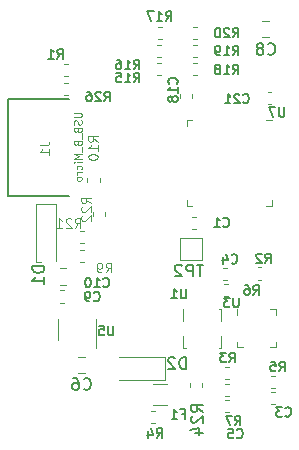
<source format=gbr>
G04 #@! TF.GenerationSoftware,KiCad,Pcbnew,(5.1.5)-3*
G04 #@! TF.CreationDate,2020-06-09T15:55:59-06:00*
G04 #@! TF.ProjectId,CruiseController,43727569-7365-4436-9f6e-74726f6c6c65,rev?*
G04 #@! TF.SameCoordinates,Original*
G04 #@! TF.FileFunction,Legend,Bot*
G04 #@! TF.FilePolarity,Positive*
%FSLAX46Y46*%
G04 Gerber Fmt 4.6, Leading zero omitted, Abs format (unit mm)*
G04 Created by KiCad (PCBNEW (5.1.5)-3) date 2020-06-09 15:55:59*
%MOMM*%
%LPD*%
G04 APERTURE LIST*
%ADD10C,0.120000*%
%ADD11C,0.127000*%
%ADD12C,0.150000*%
%ADD13C,0.050000*%
G04 APERTURE END LIST*
D10*
X106110000Y-87824721D02*
X106110000Y-88150279D01*
X105090000Y-87824721D02*
X105090000Y-88150279D01*
X119403922Y-71640000D02*
X119921078Y-71640000D01*
X119403922Y-73060000D02*
X119921078Y-73060000D01*
X112400000Y-90050000D02*
X112400000Y-91950000D01*
X114300000Y-90050000D02*
X112400000Y-90050000D01*
X114300000Y-91950000D02*
X114300000Y-90050000D01*
X112400000Y-91950000D02*
X114300000Y-91950000D01*
X103828922Y-100090000D02*
X104346078Y-100090000D01*
X103828922Y-101510000D02*
X104346078Y-101510000D01*
X101910000Y-87190000D02*
X100190000Y-87190000D01*
X101910000Y-92000000D02*
X101910000Y-87190000D01*
X100190000Y-92110000D02*
X100190000Y-87190000D01*
X100650000Y-92110000D02*
X100190000Y-92110000D01*
X113290000Y-102650279D02*
X113290000Y-102324721D01*
X114310000Y-102650279D02*
X114310000Y-102324721D01*
X104262779Y-90510000D02*
X103937221Y-90510000D01*
X104262779Y-89490000D02*
X103937221Y-89490000D01*
X105610000Y-84949721D02*
X105610000Y-85275279D01*
X104590000Y-84949721D02*
X104590000Y-85275279D01*
X104262779Y-92060000D02*
X103937221Y-92060000D01*
X104262779Y-91040000D02*
X103937221Y-91040000D01*
X115925000Y-96075000D02*
X115700000Y-96075000D01*
X115700000Y-99325000D02*
X115925000Y-99325000D01*
X112900000Y-99325000D02*
X112675000Y-99325000D01*
X115925000Y-96075000D02*
X115925000Y-97050000D01*
X112675000Y-98350000D02*
X112675000Y-99325000D01*
X112675000Y-96075000D02*
X112675000Y-97050000D01*
X115925000Y-98350000D02*
X115925000Y-99325000D01*
X113474721Y-88240000D02*
X113800279Y-88240000D01*
X113474721Y-89260000D02*
X113800279Y-89260000D01*
D11*
X97850000Y-78300000D02*
X103001000Y-78300000D01*
X97850000Y-86500000D02*
X97850000Y-78300000D01*
X103001000Y-86500000D02*
X97850000Y-86500000D01*
D10*
X116425279Y-93568000D02*
X116099721Y-93568000D01*
X116425279Y-92548000D02*
X116099721Y-92548000D01*
X116575279Y-104810000D02*
X116249721Y-104810000D01*
X116575279Y-103790000D02*
X116249721Y-103790000D01*
X120137221Y-103090000D02*
X120462779Y-103090000D01*
X120137221Y-104110000D02*
X120462779Y-104110000D01*
X113862779Y-76260000D02*
X113537221Y-76260000D01*
X113862779Y-75240000D02*
X113537221Y-75240000D01*
X110537221Y-72140000D02*
X110862779Y-72140000D01*
X110537221Y-73160000D02*
X110862779Y-73160000D01*
X110487221Y-73690000D02*
X110812779Y-73690000D01*
X110487221Y-74710000D02*
X110812779Y-74710000D01*
X113537221Y-72140000D02*
X113862779Y-72140000D01*
X113537221Y-73160000D02*
X113862779Y-73160000D01*
X112440000Y-78150279D02*
X112440000Y-77824721D01*
X113460000Y-78150279D02*
X113460000Y-77824721D01*
X113499721Y-73690000D02*
X113825279Y-73690000D01*
X113499721Y-74710000D02*
X113825279Y-74710000D01*
X102278922Y-92590000D02*
X102796078Y-92590000D01*
X102278922Y-94010000D02*
X102796078Y-94010000D01*
X120162779Y-78710000D02*
X119837221Y-78710000D01*
X120162779Y-77690000D02*
X119837221Y-77690000D01*
X110487221Y-75240000D02*
X110812779Y-75240000D01*
X110487221Y-76260000D02*
X110812779Y-76260000D01*
X119722500Y-80090000D02*
X120197500Y-80090000D01*
X112977500Y-87310000D02*
X112977500Y-86835000D01*
X113452500Y-87310000D02*
X112977500Y-87310000D01*
X120197500Y-87310000D02*
X120197500Y-86835000D01*
X119722500Y-87310000D02*
X120197500Y-87310000D01*
X112977500Y-80090000D02*
X112977500Y-80565000D01*
X113452500Y-80090000D02*
X112977500Y-80090000D01*
X117290000Y-96565000D02*
X117290000Y-96090000D01*
X120510000Y-99310000D02*
X120035000Y-99310000D01*
X120510000Y-98835000D02*
X120510000Y-99310000D01*
X120510000Y-96090000D02*
X120035000Y-96090000D01*
X120510000Y-96565000D02*
X120510000Y-96090000D01*
X117290000Y-99310000D02*
X117765000Y-99310000D01*
X117290000Y-98835000D02*
X117290000Y-99310000D01*
X102950279Y-77910000D02*
X102624721Y-77910000D01*
X102950279Y-76890000D02*
X102624721Y-76890000D01*
X102249721Y-94490000D02*
X102575279Y-94490000D01*
X102249721Y-95510000D02*
X102575279Y-95510000D01*
X116562779Y-103410000D02*
X116237221Y-103410000D01*
X116562779Y-102390000D02*
X116237221Y-102390000D01*
X116224721Y-100990000D02*
X116550279Y-100990000D01*
X116224721Y-102010000D02*
X116550279Y-102010000D01*
X110275279Y-105710000D02*
X109949721Y-105710000D01*
X110275279Y-104690000D02*
X109949721Y-104690000D01*
X120462779Y-102710000D02*
X120137221Y-102710000D01*
X120462779Y-101690000D02*
X120137221Y-101690000D01*
X119312779Y-93560000D02*
X118987221Y-93560000D01*
X119312779Y-92540000D02*
X118987221Y-92540000D01*
X102637221Y-75340000D02*
X102962779Y-75340000D01*
X102637221Y-76360000D02*
X102962779Y-76360000D01*
X116124721Y-93940000D02*
X116450279Y-93940000D01*
X116124721Y-94960000D02*
X116450279Y-94960000D01*
X105310000Y-96900000D02*
X105310000Y-99350000D01*
X102090000Y-98700000D02*
X102090000Y-96900000D01*
X111150000Y-100100000D02*
X107250000Y-100100000D01*
X111150000Y-102100000D02*
X107250000Y-102100000D01*
X111150000Y-100100000D02*
X111150000Y-102100000D01*
X110097936Y-102390000D02*
X111302064Y-102390000D01*
X110097936Y-104210000D02*
X111302064Y-104210000D01*
X104861904Y-87085714D02*
X104480952Y-86819047D01*
X104861904Y-86628571D02*
X104061904Y-86628571D01*
X104061904Y-86933333D01*
X104100000Y-87009523D01*
X104138095Y-87047619D01*
X104214285Y-87085714D01*
X104328571Y-87085714D01*
X104404761Y-87047619D01*
X104442857Y-87009523D01*
X104480952Y-86933333D01*
X104480952Y-86628571D01*
X104138095Y-87390476D02*
X104100000Y-87428571D01*
X104061904Y-87504761D01*
X104061904Y-87695238D01*
X104100000Y-87771428D01*
X104138095Y-87809523D01*
X104214285Y-87847619D01*
X104290476Y-87847619D01*
X104404761Y-87809523D01*
X104861904Y-87352380D01*
X104861904Y-87847619D01*
X104138095Y-88152380D02*
X104100000Y-88190476D01*
X104061904Y-88266666D01*
X104061904Y-88457142D01*
X104100000Y-88533333D01*
X104138095Y-88571428D01*
X104214285Y-88609523D01*
X104290476Y-88609523D01*
X104404761Y-88571428D01*
X104861904Y-88114285D01*
X104861904Y-88609523D01*
D12*
X119866666Y-74457142D02*
X119914285Y-74504761D01*
X120057142Y-74552380D01*
X120152380Y-74552380D01*
X120295238Y-74504761D01*
X120390476Y-74409523D01*
X120438095Y-74314285D01*
X120485714Y-74123809D01*
X120485714Y-73980952D01*
X120438095Y-73790476D01*
X120390476Y-73695238D01*
X120295238Y-73600000D01*
X120152380Y-73552380D01*
X120057142Y-73552380D01*
X119914285Y-73600000D01*
X119866666Y-73647619D01*
X119295238Y-73980952D02*
X119390476Y-73933333D01*
X119438095Y-73885714D01*
X119485714Y-73790476D01*
X119485714Y-73742857D01*
X119438095Y-73647619D01*
X119390476Y-73600000D01*
X119295238Y-73552380D01*
X119104761Y-73552380D01*
X119009523Y-73600000D01*
X118961904Y-73647619D01*
X118914285Y-73742857D01*
X118914285Y-73790476D01*
X118961904Y-73885714D01*
X119009523Y-73933333D01*
X119104761Y-73980952D01*
X119295238Y-73980952D01*
X119390476Y-74028571D01*
X119438095Y-74076190D01*
X119485714Y-74171428D01*
X119485714Y-74361904D01*
X119438095Y-74457142D01*
X119390476Y-74504761D01*
X119295238Y-74552380D01*
X119104761Y-74552380D01*
X119009523Y-74504761D01*
X118961904Y-74457142D01*
X118914285Y-74361904D01*
X118914285Y-74171428D01*
X118961904Y-74076190D01*
X119009523Y-74028571D01*
X119104761Y-73980952D01*
X114411904Y-92302380D02*
X113840476Y-92302380D01*
X114126190Y-93302380D02*
X114126190Y-92302380D01*
X113507142Y-93302380D02*
X113507142Y-92302380D01*
X113126190Y-92302380D01*
X113030952Y-92350000D01*
X112983333Y-92397619D01*
X112935714Y-92492857D01*
X112935714Y-92635714D01*
X112983333Y-92730952D01*
X113030952Y-92778571D01*
X113126190Y-92826190D01*
X113507142Y-92826190D01*
X112554761Y-92397619D02*
X112507142Y-92350000D01*
X112411904Y-92302380D01*
X112173809Y-92302380D01*
X112078571Y-92350000D01*
X112030952Y-92397619D01*
X111983333Y-92492857D01*
X111983333Y-92588095D01*
X112030952Y-92730952D01*
X112602380Y-93302380D01*
X111983333Y-93302380D01*
X104254166Y-102807142D02*
X104301785Y-102854761D01*
X104444642Y-102902380D01*
X104539880Y-102902380D01*
X104682738Y-102854761D01*
X104777976Y-102759523D01*
X104825595Y-102664285D01*
X104873214Y-102473809D01*
X104873214Y-102330952D01*
X104825595Y-102140476D01*
X104777976Y-102045238D01*
X104682738Y-101950000D01*
X104539880Y-101902380D01*
X104444642Y-101902380D01*
X104301785Y-101950000D01*
X104254166Y-101997619D01*
X103397023Y-101902380D02*
X103587500Y-101902380D01*
X103682738Y-101950000D01*
X103730357Y-101997619D01*
X103825595Y-102140476D01*
X103873214Y-102330952D01*
X103873214Y-102711904D01*
X103825595Y-102807142D01*
X103777976Y-102854761D01*
X103682738Y-102902380D01*
X103492261Y-102902380D01*
X103397023Y-102854761D01*
X103349404Y-102807142D01*
X103301785Y-102711904D01*
X103301785Y-102473809D01*
X103349404Y-102378571D01*
X103397023Y-102330952D01*
X103492261Y-102283333D01*
X103682738Y-102283333D01*
X103777976Y-102330952D01*
X103825595Y-102378571D01*
X103873214Y-102473809D01*
X100927380Y-92411904D02*
X99927380Y-92411904D01*
X99927380Y-92650000D01*
X99975000Y-92792857D01*
X100070238Y-92888095D01*
X100165476Y-92935714D01*
X100355952Y-92983333D01*
X100498809Y-92983333D01*
X100689285Y-92935714D01*
X100784523Y-92888095D01*
X100879761Y-92792857D01*
X100927380Y-92650000D01*
X100927380Y-92411904D01*
X100927380Y-93935714D02*
X100927380Y-93364285D01*
X100927380Y-93650000D02*
X99927380Y-93650000D01*
X100070238Y-93554761D01*
X100165476Y-93459523D01*
X100213095Y-93364285D01*
X114352380Y-104757142D02*
X113876190Y-104423809D01*
X114352380Y-104185714D02*
X113352380Y-104185714D01*
X113352380Y-104566666D01*
X113400000Y-104661904D01*
X113447619Y-104709523D01*
X113542857Y-104757142D01*
X113685714Y-104757142D01*
X113780952Y-104709523D01*
X113828571Y-104661904D01*
X113876190Y-104566666D01*
X113876190Y-104185714D01*
X113447619Y-105138095D02*
X113400000Y-105185714D01*
X113352380Y-105280952D01*
X113352380Y-105519047D01*
X113400000Y-105614285D01*
X113447619Y-105661904D01*
X113542857Y-105709523D01*
X113638095Y-105709523D01*
X113780952Y-105661904D01*
X114352380Y-105090476D01*
X114352380Y-105709523D01*
X113685714Y-106566666D02*
X114352380Y-106566666D01*
X113304761Y-106328571D02*
X114019047Y-106090476D01*
X114019047Y-106709523D01*
D10*
X103514285Y-89161904D02*
X103780952Y-88780952D01*
X103971428Y-89161904D02*
X103971428Y-88361904D01*
X103666666Y-88361904D01*
X103590476Y-88400000D01*
X103552380Y-88438095D01*
X103514285Y-88514285D01*
X103514285Y-88628571D01*
X103552380Y-88704761D01*
X103590476Y-88742857D01*
X103666666Y-88780952D01*
X103971428Y-88780952D01*
X103209523Y-88438095D02*
X103171428Y-88400000D01*
X103095238Y-88361904D01*
X102904761Y-88361904D01*
X102828571Y-88400000D01*
X102790476Y-88438095D01*
X102752380Y-88514285D01*
X102752380Y-88590476D01*
X102790476Y-88704761D01*
X103247619Y-89161904D01*
X102752380Y-89161904D01*
X101990476Y-89161904D02*
X102447619Y-89161904D01*
X102219047Y-89161904D02*
X102219047Y-88361904D01*
X102295238Y-88476190D01*
X102371428Y-88552380D01*
X102447619Y-88590476D01*
X105461904Y-81885714D02*
X105080952Y-81619047D01*
X105461904Y-81428571D02*
X104661904Y-81428571D01*
X104661904Y-81733333D01*
X104700000Y-81809523D01*
X104738095Y-81847619D01*
X104814285Y-81885714D01*
X104928571Y-81885714D01*
X105004761Y-81847619D01*
X105042857Y-81809523D01*
X105080952Y-81733333D01*
X105080952Y-81428571D01*
X105461904Y-82647619D02*
X105461904Y-82190476D01*
X105461904Y-82419047D02*
X104661904Y-82419047D01*
X104776190Y-82342857D01*
X104852380Y-82266666D01*
X104890476Y-82190476D01*
X104661904Y-83142857D02*
X104661904Y-83219047D01*
X104700000Y-83295238D01*
X104738095Y-83333333D01*
X104814285Y-83371428D01*
X104966666Y-83409523D01*
X105157142Y-83409523D01*
X105309523Y-83371428D01*
X105385714Y-83333333D01*
X105423809Y-83295238D01*
X105461904Y-83219047D01*
X105461904Y-83142857D01*
X105423809Y-83066666D01*
X105385714Y-83028571D01*
X105309523Y-82990476D01*
X105157142Y-82952380D01*
X104966666Y-82952380D01*
X104814285Y-82990476D01*
X104738095Y-83028571D01*
X104700000Y-83066666D01*
X104661904Y-83142857D01*
X106133333Y-92961904D02*
X106400000Y-92580952D01*
X106590476Y-92961904D02*
X106590476Y-92161904D01*
X106285714Y-92161904D01*
X106209523Y-92200000D01*
X106171428Y-92238095D01*
X106133333Y-92314285D01*
X106133333Y-92428571D01*
X106171428Y-92504761D01*
X106209523Y-92542857D01*
X106285714Y-92580952D01*
X106590476Y-92580952D01*
X105752380Y-92961904D02*
X105600000Y-92961904D01*
X105523809Y-92923809D01*
X105485714Y-92885714D01*
X105409523Y-92771428D01*
X105371428Y-92619047D01*
X105371428Y-92314285D01*
X105409523Y-92238095D01*
X105447619Y-92200000D01*
X105523809Y-92161904D01*
X105676190Y-92161904D01*
X105752380Y-92200000D01*
X105790476Y-92238095D01*
X105828571Y-92314285D01*
X105828571Y-92504761D01*
X105790476Y-92580952D01*
X105752380Y-92619047D01*
X105676190Y-92657142D01*
X105523809Y-92657142D01*
X105447619Y-92619047D01*
X105409523Y-92580952D01*
X105371428Y-92504761D01*
D12*
X112959523Y-94361904D02*
X112959523Y-95009523D01*
X112921428Y-95085714D01*
X112883333Y-95123809D01*
X112807142Y-95161904D01*
X112654761Y-95161904D01*
X112578571Y-95123809D01*
X112540476Y-95085714D01*
X112502380Y-95009523D01*
X112502380Y-94361904D01*
X111702380Y-95161904D02*
X112159523Y-95161904D01*
X111930952Y-95161904D02*
X111930952Y-94361904D01*
X112007142Y-94476190D01*
X112083333Y-94552380D01*
X112159523Y-94590476D01*
X116083333Y-89035714D02*
X116121428Y-89073809D01*
X116235714Y-89111904D01*
X116311904Y-89111904D01*
X116426190Y-89073809D01*
X116502380Y-88997619D01*
X116540476Y-88921428D01*
X116578571Y-88769047D01*
X116578571Y-88654761D01*
X116540476Y-88502380D01*
X116502380Y-88426190D01*
X116426190Y-88350000D01*
X116311904Y-88311904D01*
X116235714Y-88311904D01*
X116121428Y-88350000D01*
X116083333Y-88388095D01*
X115321428Y-89111904D02*
X115778571Y-89111904D01*
X115550000Y-89111904D02*
X115550000Y-88311904D01*
X115626190Y-88426190D01*
X115702380Y-88502380D01*
X115778571Y-88540476D01*
D13*
X100536904Y-82208333D02*
X101108333Y-82208333D01*
X101222619Y-82170238D01*
X101298809Y-82094047D01*
X101336904Y-81979761D01*
X101336904Y-81903571D01*
X101336904Y-83008333D02*
X101336904Y-82551190D01*
X101336904Y-82779761D02*
X100536904Y-82779761D01*
X100651190Y-82703571D01*
X100727380Y-82627380D01*
X100765476Y-82551190D01*
X103454359Y-79444711D02*
X103965306Y-79444711D01*
X104025417Y-79474767D01*
X104055473Y-79504823D01*
X104085528Y-79564934D01*
X104085528Y-79685157D01*
X104055473Y-79745268D01*
X104025417Y-79775324D01*
X103965306Y-79805379D01*
X103454359Y-79805379D01*
X104055473Y-80075880D02*
X104085528Y-80166047D01*
X104085528Y-80316326D01*
X104055473Y-80376437D01*
X104025417Y-80406493D01*
X103965306Y-80436548D01*
X103905194Y-80436548D01*
X103845083Y-80406493D01*
X103815027Y-80376437D01*
X103784972Y-80316326D01*
X103754916Y-80196103D01*
X103724860Y-80135992D01*
X103694805Y-80105936D01*
X103634693Y-80075880D01*
X103574582Y-80075880D01*
X103514471Y-80105936D01*
X103484415Y-80135992D01*
X103454359Y-80196103D01*
X103454359Y-80346381D01*
X103484415Y-80436548D01*
X103754916Y-80917439D02*
X103784972Y-81007606D01*
X103815027Y-81037662D01*
X103875139Y-81067717D01*
X103965306Y-81067717D01*
X104025417Y-81037662D01*
X104055473Y-81007606D01*
X104085528Y-80947495D01*
X104085528Y-80707049D01*
X103454359Y-80707049D01*
X103454359Y-80917439D01*
X103484415Y-80977550D01*
X103514471Y-81007606D01*
X103574582Y-81037662D01*
X103634693Y-81037662D01*
X103694805Y-81007606D01*
X103724860Y-80977550D01*
X103754916Y-80917439D01*
X103754916Y-80707049D01*
X104145640Y-81187940D02*
X104145640Y-81668831D01*
X103754916Y-82029499D02*
X103784972Y-82119666D01*
X103815027Y-82149721D01*
X103875139Y-82179777D01*
X103965306Y-82179777D01*
X104025417Y-82149721D01*
X104055473Y-82119666D01*
X104085528Y-82059554D01*
X104085528Y-81819109D01*
X103454359Y-81819109D01*
X103454359Y-82029499D01*
X103484415Y-82089610D01*
X103514471Y-82119666D01*
X103574582Y-82149721D01*
X103634693Y-82149721D01*
X103694805Y-82119666D01*
X103724860Y-82089610D01*
X103754916Y-82029499D01*
X103754916Y-81819109D01*
X104145640Y-82300000D02*
X104145640Y-82780890D01*
X104085528Y-82931169D02*
X103454359Y-82931169D01*
X103905194Y-83141558D01*
X103454359Y-83351948D01*
X104085528Y-83351948D01*
X104085528Y-83652505D02*
X103664749Y-83652505D01*
X103454359Y-83652505D02*
X103484415Y-83622449D01*
X103514471Y-83652505D01*
X103484415Y-83682560D01*
X103454359Y-83652505D01*
X103514471Y-83652505D01*
X104055473Y-84223562D02*
X104085528Y-84163451D01*
X104085528Y-84043228D01*
X104055473Y-83983117D01*
X104025417Y-83953061D01*
X103965306Y-83923006D01*
X103784972Y-83923006D01*
X103724860Y-83953061D01*
X103694805Y-83983117D01*
X103664749Y-84043228D01*
X103664749Y-84163451D01*
X103694805Y-84223562D01*
X104085528Y-84494063D02*
X103664749Y-84494063D01*
X103784972Y-84494063D02*
X103724860Y-84524119D01*
X103694805Y-84554175D01*
X103664749Y-84614286D01*
X103664749Y-84674397D01*
X104085528Y-84974954D02*
X104055473Y-84914843D01*
X104025417Y-84884787D01*
X103965306Y-84854731D01*
X103784972Y-84854731D01*
X103724860Y-84884787D01*
X103694805Y-84914843D01*
X103664749Y-84974954D01*
X103664749Y-85065121D01*
X103694805Y-85125232D01*
X103724860Y-85155288D01*
X103784972Y-85185344D01*
X103965306Y-85185344D01*
X104025417Y-85155288D01*
X104055473Y-85125232D01*
X104085528Y-85065121D01*
X104085528Y-84974954D01*
D12*
X116783333Y-92135714D02*
X116821428Y-92173809D01*
X116935714Y-92211904D01*
X117011904Y-92211904D01*
X117126190Y-92173809D01*
X117202380Y-92097619D01*
X117240476Y-92021428D01*
X117278571Y-91869047D01*
X117278571Y-91754761D01*
X117240476Y-91602380D01*
X117202380Y-91526190D01*
X117126190Y-91450000D01*
X117011904Y-91411904D01*
X116935714Y-91411904D01*
X116821428Y-91450000D01*
X116783333Y-91488095D01*
X116097619Y-91678571D02*
X116097619Y-92211904D01*
X116288095Y-91373809D02*
X116478571Y-91945238D01*
X115983333Y-91945238D01*
X117233333Y-106935714D02*
X117271428Y-106973809D01*
X117385714Y-107011904D01*
X117461904Y-107011904D01*
X117576190Y-106973809D01*
X117652380Y-106897619D01*
X117690476Y-106821428D01*
X117728571Y-106669047D01*
X117728571Y-106554761D01*
X117690476Y-106402380D01*
X117652380Y-106326190D01*
X117576190Y-106250000D01*
X117461904Y-106211904D01*
X117385714Y-106211904D01*
X117271428Y-106250000D01*
X117233333Y-106288095D01*
X116509523Y-106211904D02*
X116890476Y-106211904D01*
X116928571Y-106592857D01*
X116890476Y-106554761D01*
X116814285Y-106516666D01*
X116623809Y-106516666D01*
X116547619Y-106554761D01*
X116509523Y-106592857D01*
X116471428Y-106669047D01*
X116471428Y-106859523D01*
X116509523Y-106935714D01*
X116547619Y-106973809D01*
X116623809Y-107011904D01*
X116814285Y-107011904D01*
X116890476Y-106973809D01*
X116928571Y-106935714D01*
X121333333Y-105085714D02*
X121371428Y-105123809D01*
X121485714Y-105161904D01*
X121561904Y-105161904D01*
X121676190Y-105123809D01*
X121752380Y-105047619D01*
X121790476Y-104971428D01*
X121828571Y-104819047D01*
X121828571Y-104704761D01*
X121790476Y-104552380D01*
X121752380Y-104476190D01*
X121676190Y-104400000D01*
X121561904Y-104361904D01*
X121485714Y-104361904D01*
X121371428Y-104400000D01*
X121333333Y-104438095D01*
X121066666Y-104361904D02*
X120571428Y-104361904D01*
X120838095Y-104666666D01*
X120723809Y-104666666D01*
X120647619Y-104704761D01*
X120609523Y-104742857D01*
X120571428Y-104819047D01*
X120571428Y-105009523D01*
X120609523Y-105085714D01*
X120647619Y-105123809D01*
X120723809Y-105161904D01*
X120952380Y-105161904D01*
X121028571Y-105123809D01*
X121066666Y-105085714D01*
X116914285Y-76161904D02*
X117180952Y-75780952D01*
X117371428Y-76161904D02*
X117371428Y-75361904D01*
X117066666Y-75361904D01*
X116990476Y-75400000D01*
X116952380Y-75438095D01*
X116914285Y-75514285D01*
X116914285Y-75628571D01*
X116952380Y-75704761D01*
X116990476Y-75742857D01*
X117066666Y-75780952D01*
X117371428Y-75780952D01*
X116152380Y-76161904D02*
X116609523Y-76161904D01*
X116380952Y-76161904D02*
X116380952Y-75361904D01*
X116457142Y-75476190D01*
X116533333Y-75552380D01*
X116609523Y-75590476D01*
X115695238Y-75704761D02*
X115771428Y-75666666D01*
X115809523Y-75628571D01*
X115847619Y-75552380D01*
X115847619Y-75514285D01*
X115809523Y-75438095D01*
X115771428Y-75400000D01*
X115695238Y-75361904D01*
X115542857Y-75361904D01*
X115466666Y-75400000D01*
X115428571Y-75438095D01*
X115390476Y-75514285D01*
X115390476Y-75552380D01*
X115428571Y-75628571D01*
X115466666Y-75666666D01*
X115542857Y-75704761D01*
X115695238Y-75704761D01*
X115771428Y-75742857D01*
X115809523Y-75780952D01*
X115847619Y-75857142D01*
X115847619Y-76009523D01*
X115809523Y-76085714D01*
X115771428Y-76123809D01*
X115695238Y-76161904D01*
X115542857Y-76161904D01*
X115466666Y-76123809D01*
X115428571Y-76085714D01*
X115390476Y-76009523D01*
X115390476Y-75857142D01*
X115428571Y-75780952D01*
X115466666Y-75742857D01*
X115542857Y-75704761D01*
X111214285Y-71661904D02*
X111480952Y-71280952D01*
X111671428Y-71661904D02*
X111671428Y-70861904D01*
X111366666Y-70861904D01*
X111290476Y-70900000D01*
X111252380Y-70938095D01*
X111214285Y-71014285D01*
X111214285Y-71128571D01*
X111252380Y-71204761D01*
X111290476Y-71242857D01*
X111366666Y-71280952D01*
X111671428Y-71280952D01*
X110452380Y-71661904D02*
X110909523Y-71661904D01*
X110680952Y-71661904D02*
X110680952Y-70861904D01*
X110757142Y-70976190D01*
X110833333Y-71052380D01*
X110909523Y-71090476D01*
X110185714Y-70861904D02*
X109652380Y-70861904D01*
X109995238Y-71661904D01*
X108514285Y-75761904D02*
X108780952Y-75380952D01*
X108971428Y-75761904D02*
X108971428Y-74961904D01*
X108666666Y-74961904D01*
X108590476Y-75000000D01*
X108552380Y-75038095D01*
X108514285Y-75114285D01*
X108514285Y-75228571D01*
X108552380Y-75304761D01*
X108590476Y-75342857D01*
X108666666Y-75380952D01*
X108971428Y-75380952D01*
X107752380Y-75761904D02*
X108209523Y-75761904D01*
X107980952Y-75761904D02*
X107980952Y-74961904D01*
X108057142Y-75076190D01*
X108133333Y-75152380D01*
X108209523Y-75190476D01*
X107066666Y-74961904D02*
X107219047Y-74961904D01*
X107295238Y-75000000D01*
X107333333Y-75038095D01*
X107409523Y-75152380D01*
X107447619Y-75304761D01*
X107447619Y-75609523D01*
X107409523Y-75685714D01*
X107371428Y-75723809D01*
X107295238Y-75761904D01*
X107142857Y-75761904D01*
X107066666Y-75723809D01*
X107028571Y-75685714D01*
X106990476Y-75609523D01*
X106990476Y-75419047D01*
X107028571Y-75342857D01*
X107066666Y-75304761D01*
X107142857Y-75266666D01*
X107295238Y-75266666D01*
X107371428Y-75304761D01*
X107409523Y-75342857D01*
X107447619Y-75419047D01*
X116914285Y-73061904D02*
X117180952Y-72680952D01*
X117371428Y-73061904D02*
X117371428Y-72261904D01*
X117066666Y-72261904D01*
X116990476Y-72300000D01*
X116952380Y-72338095D01*
X116914285Y-72414285D01*
X116914285Y-72528571D01*
X116952380Y-72604761D01*
X116990476Y-72642857D01*
X117066666Y-72680952D01*
X117371428Y-72680952D01*
X116609523Y-72338095D02*
X116571428Y-72300000D01*
X116495238Y-72261904D01*
X116304761Y-72261904D01*
X116228571Y-72300000D01*
X116190476Y-72338095D01*
X116152380Y-72414285D01*
X116152380Y-72490476D01*
X116190476Y-72604761D01*
X116647619Y-73061904D01*
X116152380Y-73061904D01*
X115657142Y-72261904D02*
X115580952Y-72261904D01*
X115504761Y-72300000D01*
X115466666Y-72338095D01*
X115428571Y-72414285D01*
X115390476Y-72566666D01*
X115390476Y-72757142D01*
X115428571Y-72909523D01*
X115466666Y-72985714D01*
X115504761Y-73023809D01*
X115580952Y-73061904D01*
X115657142Y-73061904D01*
X115733333Y-73023809D01*
X115771428Y-72985714D01*
X115809523Y-72909523D01*
X115847619Y-72757142D01*
X115847619Y-72566666D01*
X115809523Y-72414285D01*
X115771428Y-72338095D01*
X115733333Y-72300000D01*
X115657142Y-72261904D01*
X112135714Y-76985714D02*
X112173809Y-76947619D01*
X112211904Y-76833333D01*
X112211904Y-76757142D01*
X112173809Y-76642857D01*
X112097619Y-76566666D01*
X112021428Y-76528571D01*
X111869047Y-76490476D01*
X111754761Y-76490476D01*
X111602380Y-76528571D01*
X111526190Y-76566666D01*
X111450000Y-76642857D01*
X111411904Y-76757142D01*
X111411904Y-76833333D01*
X111450000Y-76947619D01*
X111488095Y-76985714D01*
X112211904Y-77747619D02*
X112211904Y-77290476D01*
X112211904Y-77519047D02*
X111411904Y-77519047D01*
X111526190Y-77442857D01*
X111602380Y-77366666D01*
X111640476Y-77290476D01*
X111754761Y-78204761D02*
X111716666Y-78128571D01*
X111678571Y-78090476D01*
X111602380Y-78052380D01*
X111564285Y-78052380D01*
X111488095Y-78090476D01*
X111450000Y-78128571D01*
X111411904Y-78204761D01*
X111411904Y-78357142D01*
X111450000Y-78433333D01*
X111488095Y-78471428D01*
X111564285Y-78509523D01*
X111602380Y-78509523D01*
X111678571Y-78471428D01*
X111716666Y-78433333D01*
X111754761Y-78357142D01*
X111754761Y-78204761D01*
X111792857Y-78128571D01*
X111830952Y-78090476D01*
X111907142Y-78052380D01*
X112059523Y-78052380D01*
X112135714Y-78090476D01*
X112173809Y-78128571D01*
X112211904Y-78204761D01*
X112211904Y-78357142D01*
X112173809Y-78433333D01*
X112135714Y-78471428D01*
X112059523Y-78509523D01*
X111907142Y-78509523D01*
X111830952Y-78471428D01*
X111792857Y-78433333D01*
X111754761Y-78357142D01*
X116914285Y-74561904D02*
X117180952Y-74180952D01*
X117371428Y-74561904D02*
X117371428Y-73761904D01*
X117066666Y-73761904D01*
X116990476Y-73800000D01*
X116952380Y-73838095D01*
X116914285Y-73914285D01*
X116914285Y-74028571D01*
X116952380Y-74104761D01*
X116990476Y-74142857D01*
X117066666Y-74180952D01*
X117371428Y-74180952D01*
X116152380Y-74561904D02*
X116609523Y-74561904D01*
X116380952Y-74561904D02*
X116380952Y-73761904D01*
X116457142Y-73876190D01*
X116533333Y-73952380D01*
X116609523Y-73990476D01*
X115771428Y-74561904D02*
X115619047Y-74561904D01*
X115542857Y-74523809D01*
X115504761Y-74485714D01*
X115428571Y-74371428D01*
X115390476Y-74219047D01*
X115390476Y-73914285D01*
X115428571Y-73838095D01*
X115466666Y-73800000D01*
X115542857Y-73761904D01*
X115695238Y-73761904D01*
X115771428Y-73800000D01*
X115809523Y-73838095D01*
X115847619Y-73914285D01*
X115847619Y-74104761D01*
X115809523Y-74180952D01*
X115771428Y-74219047D01*
X115695238Y-74257142D01*
X115542857Y-74257142D01*
X115466666Y-74219047D01*
X115428571Y-74180952D01*
X115390476Y-74104761D01*
X105914285Y-94135714D02*
X105952380Y-94173809D01*
X106066666Y-94211904D01*
X106142857Y-94211904D01*
X106257142Y-94173809D01*
X106333333Y-94097619D01*
X106371428Y-94021428D01*
X106409523Y-93869047D01*
X106409523Y-93754761D01*
X106371428Y-93602380D01*
X106333333Y-93526190D01*
X106257142Y-93450000D01*
X106142857Y-93411904D01*
X106066666Y-93411904D01*
X105952380Y-93450000D01*
X105914285Y-93488095D01*
X105152380Y-94211904D02*
X105609523Y-94211904D01*
X105380952Y-94211904D02*
X105380952Y-93411904D01*
X105457142Y-93526190D01*
X105533333Y-93602380D01*
X105609523Y-93640476D01*
X104657142Y-93411904D02*
X104580952Y-93411904D01*
X104504761Y-93450000D01*
X104466666Y-93488095D01*
X104428571Y-93564285D01*
X104390476Y-93716666D01*
X104390476Y-93907142D01*
X104428571Y-94059523D01*
X104466666Y-94135714D01*
X104504761Y-94173809D01*
X104580952Y-94211904D01*
X104657142Y-94211904D01*
X104733333Y-94173809D01*
X104771428Y-94135714D01*
X104809523Y-94059523D01*
X104847619Y-93907142D01*
X104847619Y-93716666D01*
X104809523Y-93564285D01*
X104771428Y-93488095D01*
X104733333Y-93450000D01*
X104657142Y-93411904D01*
X117764285Y-78560714D02*
X117802380Y-78598809D01*
X117916666Y-78636904D01*
X117992857Y-78636904D01*
X118107142Y-78598809D01*
X118183333Y-78522619D01*
X118221428Y-78446428D01*
X118259523Y-78294047D01*
X118259523Y-78179761D01*
X118221428Y-78027380D01*
X118183333Y-77951190D01*
X118107142Y-77875000D01*
X117992857Y-77836904D01*
X117916666Y-77836904D01*
X117802380Y-77875000D01*
X117764285Y-77913095D01*
X117459523Y-77913095D02*
X117421428Y-77875000D01*
X117345238Y-77836904D01*
X117154761Y-77836904D01*
X117078571Y-77875000D01*
X117040476Y-77913095D01*
X117002380Y-77989285D01*
X117002380Y-78065476D01*
X117040476Y-78179761D01*
X117497619Y-78636904D01*
X117002380Y-78636904D01*
X116240476Y-78636904D02*
X116697619Y-78636904D01*
X116469047Y-78636904D02*
X116469047Y-77836904D01*
X116545238Y-77951190D01*
X116621428Y-78027380D01*
X116697619Y-78065476D01*
X108514285Y-76861904D02*
X108780952Y-76480952D01*
X108971428Y-76861904D02*
X108971428Y-76061904D01*
X108666666Y-76061904D01*
X108590476Y-76100000D01*
X108552380Y-76138095D01*
X108514285Y-76214285D01*
X108514285Y-76328571D01*
X108552380Y-76404761D01*
X108590476Y-76442857D01*
X108666666Y-76480952D01*
X108971428Y-76480952D01*
X107752380Y-76861904D02*
X108209523Y-76861904D01*
X107980952Y-76861904D02*
X107980952Y-76061904D01*
X108057142Y-76176190D01*
X108133333Y-76252380D01*
X108209523Y-76290476D01*
X107028571Y-76061904D02*
X107409523Y-76061904D01*
X107447619Y-76442857D01*
X107409523Y-76404761D01*
X107333333Y-76366666D01*
X107142857Y-76366666D01*
X107066666Y-76404761D01*
X107028571Y-76442857D01*
X106990476Y-76519047D01*
X106990476Y-76709523D01*
X107028571Y-76785714D01*
X107066666Y-76823809D01*
X107142857Y-76861904D01*
X107333333Y-76861904D01*
X107409523Y-76823809D01*
X107447619Y-76785714D01*
X121259523Y-78961904D02*
X121259523Y-79609523D01*
X121221428Y-79685714D01*
X121183333Y-79723809D01*
X121107142Y-79761904D01*
X120954761Y-79761904D01*
X120878571Y-79723809D01*
X120840476Y-79685714D01*
X120802380Y-79609523D01*
X120802380Y-78961904D01*
X120497619Y-78961904D02*
X119964285Y-78961904D01*
X120307142Y-79761904D01*
X117409523Y-95103904D02*
X117409523Y-95751523D01*
X117371428Y-95827714D01*
X117333333Y-95865809D01*
X117257142Y-95903904D01*
X117104761Y-95903904D01*
X117028571Y-95865809D01*
X116990476Y-95827714D01*
X116952380Y-95751523D01*
X116952380Y-95103904D01*
X116647619Y-95103904D02*
X116152380Y-95103904D01*
X116419047Y-95408666D01*
X116304761Y-95408666D01*
X116228571Y-95446761D01*
X116190476Y-95484857D01*
X116152380Y-95561047D01*
X116152380Y-95751523D01*
X116190476Y-95827714D01*
X116228571Y-95865809D01*
X116304761Y-95903904D01*
X116533333Y-95903904D01*
X116609523Y-95865809D01*
X116647619Y-95827714D01*
X106014285Y-78461904D02*
X106280952Y-78080952D01*
X106471428Y-78461904D02*
X106471428Y-77661904D01*
X106166666Y-77661904D01*
X106090476Y-77700000D01*
X106052380Y-77738095D01*
X106014285Y-77814285D01*
X106014285Y-77928571D01*
X106052380Y-78004761D01*
X106090476Y-78042857D01*
X106166666Y-78080952D01*
X106471428Y-78080952D01*
X105709523Y-77738095D02*
X105671428Y-77700000D01*
X105595238Y-77661904D01*
X105404761Y-77661904D01*
X105328571Y-77700000D01*
X105290476Y-77738095D01*
X105252380Y-77814285D01*
X105252380Y-77890476D01*
X105290476Y-78004761D01*
X105747619Y-78461904D01*
X105252380Y-78461904D01*
X104566666Y-77661904D02*
X104719047Y-77661904D01*
X104795238Y-77700000D01*
X104833333Y-77738095D01*
X104909523Y-77852380D01*
X104947619Y-78004761D01*
X104947619Y-78309523D01*
X104909523Y-78385714D01*
X104871428Y-78423809D01*
X104795238Y-78461904D01*
X104642857Y-78461904D01*
X104566666Y-78423809D01*
X104528571Y-78385714D01*
X104490476Y-78309523D01*
X104490476Y-78119047D01*
X104528571Y-78042857D01*
X104566666Y-78004761D01*
X104642857Y-77966666D01*
X104795238Y-77966666D01*
X104871428Y-78004761D01*
X104909523Y-78042857D01*
X104947619Y-78119047D01*
X105133333Y-95335714D02*
X105171428Y-95373809D01*
X105285714Y-95411904D01*
X105361904Y-95411904D01*
X105476190Y-95373809D01*
X105552380Y-95297619D01*
X105590476Y-95221428D01*
X105628571Y-95069047D01*
X105628571Y-94954761D01*
X105590476Y-94802380D01*
X105552380Y-94726190D01*
X105476190Y-94650000D01*
X105361904Y-94611904D01*
X105285714Y-94611904D01*
X105171428Y-94650000D01*
X105133333Y-94688095D01*
X104752380Y-95411904D02*
X104600000Y-95411904D01*
X104523809Y-95373809D01*
X104485714Y-95335714D01*
X104409523Y-95221428D01*
X104371428Y-95069047D01*
X104371428Y-94764285D01*
X104409523Y-94688095D01*
X104447619Y-94650000D01*
X104523809Y-94611904D01*
X104676190Y-94611904D01*
X104752380Y-94650000D01*
X104790476Y-94688095D01*
X104828571Y-94764285D01*
X104828571Y-94954761D01*
X104790476Y-95030952D01*
X104752380Y-95069047D01*
X104676190Y-95107142D01*
X104523809Y-95107142D01*
X104447619Y-95069047D01*
X104409523Y-95030952D01*
X104371428Y-94954761D01*
X117083333Y-105911904D02*
X117350000Y-105530952D01*
X117540476Y-105911904D02*
X117540476Y-105111904D01*
X117235714Y-105111904D01*
X117159523Y-105150000D01*
X117121428Y-105188095D01*
X117083333Y-105264285D01*
X117083333Y-105378571D01*
X117121428Y-105454761D01*
X117159523Y-105492857D01*
X117235714Y-105530952D01*
X117540476Y-105530952D01*
X116816666Y-105111904D02*
X116283333Y-105111904D01*
X116626190Y-105911904D01*
X116583333Y-100561904D02*
X116850000Y-100180952D01*
X117040476Y-100561904D02*
X117040476Y-99761904D01*
X116735714Y-99761904D01*
X116659523Y-99800000D01*
X116621428Y-99838095D01*
X116583333Y-99914285D01*
X116583333Y-100028571D01*
X116621428Y-100104761D01*
X116659523Y-100142857D01*
X116735714Y-100180952D01*
X117040476Y-100180952D01*
X116316666Y-99761904D02*
X115821428Y-99761904D01*
X116088095Y-100066666D01*
X115973809Y-100066666D01*
X115897619Y-100104761D01*
X115859523Y-100142857D01*
X115821428Y-100219047D01*
X115821428Y-100409523D01*
X115859523Y-100485714D01*
X115897619Y-100523809D01*
X115973809Y-100561904D01*
X116202380Y-100561904D01*
X116278571Y-100523809D01*
X116316666Y-100485714D01*
X110433333Y-106961904D02*
X110700000Y-106580952D01*
X110890476Y-106961904D02*
X110890476Y-106161904D01*
X110585714Y-106161904D01*
X110509523Y-106200000D01*
X110471428Y-106238095D01*
X110433333Y-106314285D01*
X110433333Y-106428571D01*
X110471428Y-106504761D01*
X110509523Y-106542857D01*
X110585714Y-106580952D01*
X110890476Y-106580952D01*
X109747619Y-106428571D02*
X109747619Y-106961904D01*
X109938095Y-106123809D02*
X110128571Y-106695238D01*
X109633333Y-106695238D01*
X120833333Y-101311904D02*
X121100000Y-100930952D01*
X121290476Y-101311904D02*
X121290476Y-100511904D01*
X120985714Y-100511904D01*
X120909523Y-100550000D01*
X120871428Y-100588095D01*
X120833333Y-100664285D01*
X120833333Y-100778571D01*
X120871428Y-100854761D01*
X120909523Y-100892857D01*
X120985714Y-100930952D01*
X121290476Y-100930952D01*
X120109523Y-100511904D02*
X120490476Y-100511904D01*
X120528571Y-100892857D01*
X120490476Y-100854761D01*
X120414285Y-100816666D01*
X120223809Y-100816666D01*
X120147619Y-100854761D01*
X120109523Y-100892857D01*
X120071428Y-100969047D01*
X120071428Y-101159523D01*
X120109523Y-101235714D01*
X120147619Y-101273809D01*
X120223809Y-101311904D01*
X120414285Y-101311904D01*
X120490476Y-101273809D01*
X120528571Y-101235714D01*
X119633333Y-92161904D02*
X119900000Y-91780952D01*
X120090476Y-92161904D02*
X120090476Y-91361904D01*
X119785714Y-91361904D01*
X119709523Y-91400000D01*
X119671428Y-91438095D01*
X119633333Y-91514285D01*
X119633333Y-91628571D01*
X119671428Y-91704761D01*
X119709523Y-91742857D01*
X119785714Y-91780952D01*
X120090476Y-91780952D01*
X119328571Y-91438095D02*
X119290476Y-91400000D01*
X119214285Y-91361904D01*
X119023809Y-91361904D01*
X118947619Y-91400000D01*
X118909523Y-91438095D01*
X118871428Y-91514285D01*
X118871428Y-91590476D01*
X118909523Y-91704761D01*
X119366666Y-92161904D01*
X118871428Y-92161904D01*
X102033333Y-74861904D02*
X102300000Y-74480952D01*
X102490476Y-74861904D02*
X102490476Y-74061904D01*
X102185714Y-74061904D01*
X102109523Y-74100000D01*
X102071428Y-74138095D01*
X102033333Y-74214285D01*
X102033333Y-74328571D01*
X102071428Y-74404761D01*
X102109523Y-74442857D01*
X102185714Y-74480952D01*
X102490476Y-74480952D01*
X101271428Y-74861904D02*
X101728571Y-74861904D01*
X101500000Y-74861904D02*
X101500000Y-74061904D01*
X101576190Y-74176190D01*
X101652380Y-74252380D01*
X101728571Y-74290476D01*
X118633333Y-94861904D02*
X118900000Y-94480952D01*
X119090476Y-94861904D02*
X119090476Y-94061904D01*
X118785714Y-94061904D01*
X118709523Y-94100000D01*
X118671428Y-94138095D01*
X118633333Y-94214285D01*
X118633333Y-94328571D01*
X118671428Y-94404761D01*
X118709523Y-94442857D01*
X118785714Y-94480952D01*
X119090476Y-94480952D01*
X117947619Y-94061904D02*
X118100000Y-94061904D01*
X118176190Y-94100000D01*
X118214285Y-94138095D01*
X118290476Y-94252380D01*
X118328571Y-94404761D01*
X118328571Y-94709523D01*
X118290476Y-94785714D01*
X118252380Y-94823809D01*
X118176190Y-94861904D01*
X118023809Y-94861904D01*
X117947619Y-94823809D01*
X117909523Y-94785714D01*
X117871428Y-94709523D01*
X117871428Y-94519047D01*
X117909523Y-94442857D01*
X117947619Y-94404761D01*
X118023809Y-94366666D01*
X118176190Y-94366666D01*
X118252380Y-94404761D01*
X118290476Y-94442857D01*
X118328571Y-94519047D01*
X106784523Y-97486904D02*
X106784523Y-98134523D01*
X106746428Y-98210714D01*
X106708333Y-98248809D01*
X106632142Y-98286904D01*
X106479761Y-98286904D01*
X106403571Y-98248809D01*
X106365476Y-98210714D01*
X106327380Y-98134523D01*
X106327380Y-97486904D01*
X105565476Y-97486904D02*
X105946428Y-97486904D01*
X105984523Y-97867857D01*
X105946428Y-97829761D01*
X105870238Y-97791666D01*
X105679761Y-97791666D01*
X105603571Y-97829761D01*
X105565476Y-97867857D01*
X105527380Y-97944047D01*
X105527380Y-98134523D01*
X105565476Y-98210714D01*
X105603571Y-98248809D01*
X105679761Y-98286904D01*
X105870238Y-98286904D01*
X105946428Y-98248809D01*
X105984523Y-98210714D01*
X112938095Y-101152380D02*
X112938095Y-100152380D01*
X112700000Y-100152380D01*
X112557142Y-100200000D01*
X112461904Y-100295238D01*
X112414285Y-100390476D01*
X112366666Y-100580952D01*
X112366666Y-100723809D01*
X112414285Y-100914285D01*
X112461904Y-101009523D01*
X112557142Y-101104761D01*
X112700000Y-101152380D01*
X112938095Y-101152380D01*
X111985714Y-100247619D02*
X111938095Y-100200000D01*
X111842857Y-100152380D01*
X111604761Y-100152380D01*
X111509523Y-100200000D01*
X111461904Y-100247619D01*
X111414285Y-100342857D01*
X111414285Y-100438095D01*
X111461904Y-100580952D01*
X112033333Y-101152380D01*
X111414285Y-101152380D01*
X112566666Y-104942857D02*
X112833333Y-104942857D01*
X112833333Y-105361904D02*
X112833333Y-104561904D01*
X112452380Y-104561904D01*
X111728571Y-105361904D02*
X112185714Y-105361904D01*
X111957142Y-105361904D02*
X111957142Y-104561904D01*
X112033333Y-104676190D01*
X112109523Y-104752380D01*
X112185714Y-104790476D01*
M02*

</source>
